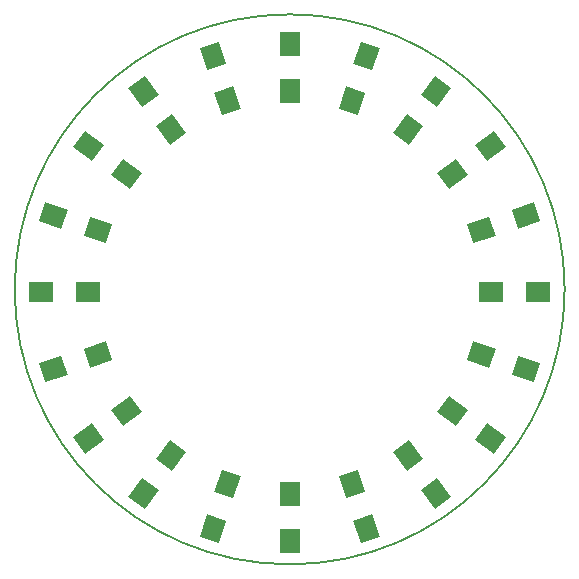
<source format=gbr>
%TF.GenerationSoftware,KiCad,Pcbnew,4.0.7-e2-6376~58~ubuntu16.04.1*%
%TF.CreationDate,2018-02-03T18:41:43+01:00*%
%TF.ProjectId,pin_attiny,70696E5F617474696E792E6B69636164,rev?*%
%TF.FileFunction,Paste,Top*%
%FSLAX46Y46*%
G04 Gerber Fmt 4.6, Leading zero omitted, Abs format (unit mm)*
G04 Created by KiCad (PCBNEW 4.0.7-e2-6376~58~ubuntu16.04.1) date Sat Feb  3 18:41:43 2018*
%MOMM*%
%LPD*%
G01*
G04 APERTURE LIST*
%ADD10C,0.100000*%
%ADD11C,0.150000*%
%ADD12R,2.000000X1.700000*%
%ADD13R,1.700000X2.000000*%
G04 APERTURE END LIST*
D10*
D11*
X116246256Y-97282000D02*
G75*
G03X116246256Y-97282000I-23282256J0D01*
G01*
D12*
X110014000Y-97536000D03*
X114014000Y-97536000D03*
D10*
G36*
X107965792Y-103304120D02*
X108491121Y-101687324D01*
X110393234Y-102305358D01*
X109867905Y-103922154D01*
X107965792Y-103304120D01*
X107965792Y-103304120D01*
G37*
G36*
X111770018Y-104540188D02*
X112295347Y-102923392D01*
X114197460Y-103541426D01*
X113672131Y-105158222D01*
X111770018Y-104540188D01*
X111770018Y-104540188D01*
G37*
G36*
X105449105Y-107657617D02*
X106448339Y-106282288D01*
X108066373Y-107457859D01*
X107067139Y-108833188D01*
X105449105Y-107657617D01*
X105449105Y-107657617D01*
G37*
G36*
X108685173Y-110008759D02*
X109684407Y-108633430D01*
X111302441Y-109809001D01*
X110303207Y-111184330D01*
X108685173Y-110008759D01*
X108685173Y-110008759D01*
G37*
G36*
X101710288Y-111020339D02*
X103085617Y-110021105D01*
X104261188Y-111639139D01*
X102885859Y-112638373D01*
X101710288Y-111020339D01*
X101710288Y-111020339D01*
G37*
G36*
X104061430Y-114256407D02*
X105436759Y-113257173D01*
X106612330Y-114875207D01*
X105237001Y-115874441D01*
X104061430Y-114256407D01*
X104061430Y-114256407D01*
G37*
G36*
X97115324Y-113063121D02*
X98732120Y-112537792D01*
X99350154Y-114439905D01*
X97733358Y-114965234D01*
X97115324Y-113063121D01*
X97115324Y-113063121D01*
G37*
G36*
X98351392Y-116867347D02*
X99968188Y-116342018D01*
X100586222Y-118244131D01*
X98969426Y-118769460D01*
X98351392Y-116867347D01*
X98351392Y-116867347D01*
G37*
D13*
X92964000Y-114586000D03*
X92964000Y-118586000D03*
D10*
G36*
X87195879Y-112537792D02*
X88812675Y-113063121D01*
X88194641Y-114965234D01*
X86577845Y-114439905D01*
X87195879Y-112537792D01*
X87195879Y-112537792D01*
G37*
G36*
X85959811Y-116342018D02*
X87576607Y-116867347D01*
X86958573Y-118769460D01*
X85341777Y-118244131D01*
X85959811Y-116342018D01*
X85959811Y-116342018D01*
G37*
G36*
X82842382Y-110021105D02*
X84217711Y-111020339D01*
X83042140Y-112638373D01*
X81666811Y-111639139D01*
X82842382Y-110021105D01*
X82842382Y-110021105D01*
G37*
G36*
X80491240Y-113257173D02*
X81866569Y-114256407D01*
X80690998Y-115874441D01*
X79315669Y-114875207D01*
X80491240Y-113257173D01*
X80491240Y-113257173D01*
G37*
G36*
X79479661Y-106282288D02*
X80478895Y-107657617D01*
X78860861Y-108833188D01*
X77861627Y-107457859D01*
X79479661Y-106282288D01*
X79479661Y-106282288D01*
G37*
G36*
X76243593Y-108633430D02*
X77242827Y-110008759D01*
X75624793Y-111184330D01*
X74625559Y-109809001D01*
X76243593Y-108633430D01*
X76243593Y-108633430D01*
G37*
G36*
X77436879Y-101687324D02*
X77962208Y-103304120D01*
X76060095Y-103922154D01*
X75534766Y-102305358D01*
X77436879Y-101687324D01*
X77436879Y-101687324D01*
G37*
G36*
X73632653Y-102923392D02*
X74157982Y-104540188D01*
X72255869Y-105158222D01*
X71730540Y-103541426D01*
X73632653Y-102923392D01*
X73632653Y-102923392D01*
G37*
D12*
X75914000Y-97536000D03*
X71914000Y-97536000D03*
D10*
G36*
X77962208Y-91767879D02*
X77436879Y-93384675D01*
X75534766Y-92766641D01*
X76060095Y-91149845D01*
X77962208Y-91767879D01*
X77962208Y-91767879D01*
G37*
G36*
X74157982Y-90531811D02*
X73632653Y-92148607D01*
X71730540Y-91530573D01*
X72255869Y-89913777D01*
X74157982Y-90531811D01*
X74157982Y-90531811D01*
G37*
G36*
X80478895Y-87414382D02*
X79479661Y-88789711D01*
X77861627Y-87614140D01*
X78860861Y-86238811D01*
X80478895Y-87414382D01*
X80478895Y-87414382D01*
G37*
G36*
X77242827Y-85063240D02*
X76243593Y-86438569D01*
X74625559Y-85262998D01*
X75624793Y-83887669D01*
X77242827Y-85063240D01*
X77242827Y-85063240D01*
G37*
G36*
X84217711Y-84051661D02*
X82842382Y-85050895D01*
X81666811Y-83432861D01*
X83042140Y-82433627D01*
X84217711Y-84051661D01*
X84217711Y-84051661D01*
G37*
G36*
X81866569Y-80815593D02*
X80491240Y-81814827D01*
X79315669Y-80196793D01*
X80690998Y-79197559D01*
X81866569Y-80815593D01*
X81866569Y-80815593D01*
G37*
G36*
X88812675Y-82008879D02*
X87195879Y-82534208D01*
X86577845Y-80632095D01*
X88194641Y-80106766D01*
X88812675Y-82008879D01*
X88812675Y-82008879D01*
G37*
G36*
X87576607Y-78204653D02*
X85959811Y-78729982D01*
X85341777Y-76827869D01*
X86958573Y-76302540D01*
X87576607Y-78204653D01*
X87576607Y-78204653D01*
G37*
D13*
X92963999Y-80486000D03*
X92963999Y-76486000D03*
D10*
G36*
X98732120Y-82534208D02*
X97115324Y-82008879D01*
X97733358Y-80106766D01*
X99350154Y-80632095D01*
X98732120Y-82534208D01*
X98732120Y-82534208D01*
G37*
G36*
X99968188Y-78729982D02*
X98351392Y-78204653D01*
X98969426Y-76302540D01*
X100586222Y-76827869D01*
X99968188Y-78729982D01*
X99968188Y-78729982D01*
G37*
G36*
X103085617Y-85050895D02*
X101710288Y-84051661D01*
X102885859Y-82433627D01*
X104261188Y-83432861D01*
X103085617Y-85050895D01*
X103085617Y-85050895D01*
G37*
G36*
X105436759Y-81814827D02*
X104061430Y-80815593D01*
X105237001Y-79197559D01*
X106612330Y-80196793D01*
X105436759Y-81814827D01*
X105436759Y-81814827D01*
G37*
G36*
X106448339Y-88789711D02*
X105449105Y-87414382D01*
X107067139Y-86238811D01*
X108066373Y-87614140D01*
X106448339Y-88789711D01*
X106448339Y-88789711D01*
G37*
G36*
X109684407Y-86438569D02*
X108685173Y-85063240D01*
X110303207Y-83887669D01*
X111302441Y-85262998D01*
X109684407Y-86438569D01*
X109684407Y-86438569D01*
G37*
G36*
X108491121Y-93384675D02*
X107965792Y-91767879D01*
X109867905Y-91149845D01*
X110393234Y-92766641D01*
X108491121Y-93384675D01*
X108491121Y-93384675D01*
G37*
G36*
X112295347Y-92148607D02*
X111770018Y-90531811D01*
X113672131Y-89913777D01*
X114197460Y-91530573D01*
X112295347Y-92148607D01*
X112295347Y-92148607D01*
G37*
M02*

</source>
